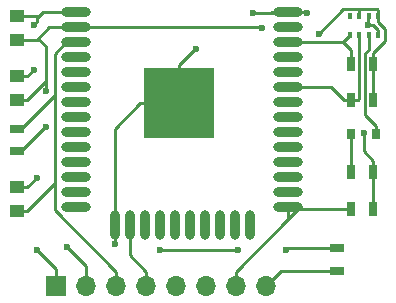
<source format=gtl>
G04 #@! TF.FileFunction,Copper,L1,Top,Signal*
%FSLAX46Y46*%
G04 Gerber Fmt 4.6, Leading zero omitted, Abs format (unit mm)*
G04 Created by KiCad (PCBNEW 4.0.7) date Thursday, February 01, 2018 'PMt' 05:23:04 PM*
%MOMM*%
%LPD*%
G01*
G04 APERTURE LIST*
%ADD10C,0.100000*%
%ADD11R,0.400000X0.500000*%
%ADD12R,0.700000X1.300000*%
%ADD13R,0.800000X0.900000*%
%ADD14R,1.300000X0.700000*%
%ADD15O,2.500000X0.900000*%
%ADD16O,0.900000X2.500000*%
%ADD17R,6.000000X6.000000*%
%ADD18R,1.250000X1.000000*%
%ADD19R,1.700000X1.700000*%
%ADD20O,1.700000X1.700000*%
%ADD21C,0.600000*%
%ADD22C,0.250000*%
G04 APERTURE END LIST*
D10*
D11*
X134061000Y-95072000D03*
X133261000Y-95072000D03*
X132461000Y-95072000D03*
X131661000Y-95072000D03*
X131661000Y-93472000D03*
X132461000Y-93472000D03*
X133261000Y-93472000D03*
X134061000Y-93472000D03*
D12*
X133665000Y-100584000D03*
X131765000Y-100584000D03*
D13*
X133892000Y-103505000D03*
X131792000Y-103505000D03*
D12*
X133665000Y-109855000D03*
X131765000Y-109855000D03*
D14*
X130556000Y-115062000D03*
X130556000Y-113162000D03*
D15*
X126475000Y-93175000D03*
X126475000Y-94445000D03*
X126475000Y-95715000D03*
X126475000Y-96985000D03*
X126475000Y-98255000D03*
X126475000Y-99525000D03*
X126475000Y-100795000D03*
X126475000Y-102065000D03*
X126475000Y-103335000D03*
X126475000Y-104605000D03*
X126475000Y-105875000D03*
X126475000Y-107145000D03*
X126475000Y-108415000D03*
X126475000Y-109685000D03*
D16*
X123190000Y-111175000D03*
X121920000Y-111175000D03*
X120650000Y-111175000D03*
X119380000Y-111175000D03*
X118110000Y-111175000D03*
X116840000Y-111175000D03*
X115570000Y-111175000D03*
X114300000Y-111175000D03*
X113030000Y-111175000D03*
X111760000Y-111175000D03*
D15*
X108475000Y-109685000D03*
X108475000Y-108415000D03*
X108475000Y-107145000D03*
X108475000Y-105875000D03*
X108475000Y-104605000D03*
X108475000Y-103335000D03*
X108475000Y-102065000D03*
X108475000Y-100795000D03*
X108475000Y-99525000D03*
X108475000Y-98255000D03*
X108475000Y-96985000D03*
X108475000Y-95715000D03*
X108475000Y-94445000D03*
X108475000Y-93175000D03*
D17*
X117175000Y-100875000D03*
D14*
X103505000Y-104963000D03*
X103505000Y-103063000D03*
D18*
X103505000Y-109966000D03*
X103505000Y-107966000D03*
D19*
X106807000Y-116332000D03*
D20*
X109347000Y-116332000D03*
X111887000Y-116332000D03*
X114427000Y-116332000D03*
X116967000Y-116332000D03*
X119507000Y-116332000D03*
X122047000Y-116332000D03*
X124587000Y-116332000D03*
D18*
X103505000Y-95488000D03*
X103505000Y-93488000D03*
X103505000Y-100568000D03*
X103505000Y-98568000D03*
D12*
X133665000Y-106680000D03*
X131765000Y-106680000D03*
X133665000Y-97536000D03*
X131765000Y-97536000D03*
D21*
X133223000Y-94234000D03*
X128016000Y-93218000D03*
X123444000Y-93218000D03*
X118618000Y-96266000D03*
X115570000Y-113284000D03*
X122174000Y-113284000D03*
X111760000Y-112776000D03*
X105156000Y-113284000D03*
X105156000Y-107188000D03*
X104902000Y-94234000D03*
X104902000Y-98044000D03*
X123190000Y-111175000D03*
X126238000Y-113284000D03*
X126475000Y-98255000D03*
X126475000Y-96985000D03*
X133665000Y-100584000D03*
X132842000Y-103378000D03*
X129032000Y-94996000D03*
X124206000Y-94488000D03*
X107696000Y-113030000D03*
X105918000Y-99822000D03*
X105918000Y-102870000D03*
D22*
X133223000Y-94234000D02*
X133647264Y-94234000D01*
X133647264Y-94234000D02*
X134061000Y-94647736D01*
X134061000Y-94647736D02*
X134061000Y-95072000D01*
X133223000Y-94234000D02*
X133223000Y-93510000D01*
X133223000Y-93510000D02*
X133261000Y-93472000D01*
X126475000Y-93175000D02*
X127973000Y-93175000D01*
X127973000Y-93175000D02*
X128016000Y-93218000D01*
X123444000Y-93218000D02*
X126432000Y-93218000D01*
X126432000Y-93218000D02*
X126475000Y-93175000D01*
X117175000Y-100875000D02*
X117175000Y-97625000D01*
X117175000Y-97625000D02*
X118534000Y-96266000D01*
X118534000Y-96266000D02*
X118618000Y-96266000D01*
X127275000Y-93175000D02*
X126475000Y-93175000D01*
X124975000Y-93175000D02*
X126475000Y-93175000D01*
X111760000Y-111175000D02*
X111760000Y-103040000D01*
X111760000Y-103040000D02*
X113925000Y-100875000D01*
X113925000Y-100875000D02*
X117175000Y-100875000D01*
X122174000Y-113284000D02*
X115570000Y-113284000D01*
X124587000Y-116332000D02*
X125857000Y-115062000D01*
X125857000Y-115062000D02*
X130556000Y-115062000D01*
X111760000Y-111175000D02*
X111760000Y-112776000D01*
X106807000Y-116332000D02*
X106807000Y-114935000D01*
X106807000Y-114935000D02*
X105156000Y-113284000D01*
X103505000Y-107966000D02*
X104378000Y-107966000D01*
X104378000Y-107966000D02*
X105156000Y-107188000D01*
X104902000Y-94234000D02*
X105201999Y-93934001D01*
X105201999Y-93934001D02*
X105201999Y-93680001D01*
X105201999Y-93680001D02*
X105394000Y-93488000D01*
X103505000Y-98568000D02*
X104378000Y-98568000D01*
X104378000Y-98568000D02*
X104902000Y-98044000D01*
X105394000Y-93488000D02*
X105707000Y-93175000D01*
X105707000Y-93175000D02*
X108475000Y-93175000D01*
X103505000Y-93488000D02*
X105394000Y-93488000D01*
X111887000Y-116332000D02*
X111887000Y-115129919D01*
X111887000Y-115129919D02*
X106680000Y-109922919D01*
X106680000Y-109922919D02*
X106680000Y-107666000D01*
X103505000Y-109966000D02*
X104380000Y-109966000D01*
X106680000Y-107666000D02*
X106680000Y-100188000D01*
X104380000Y-109966000D02*
X106680000Y-107666000D01*
X106680000Y-100188000D02*
X106680000Y-96710000D01*
X106680000Y-96710000D02*
X107675000Y-95715000D01*
X107675000Y-95715000D02*
X108475000Y-95715000D01*
X103505000Y-103063000D02*
X103805000Y-103063000D01*
X103805000Y-103063000D02*
X106680000Y-100188000D01*
X133261000Y-95072000D02*
X133261000Y-96354998D01*
X133261000Y-96354998D02*
X132989999Y-96625999D01*
X132989999Y-96625999D02*
X132989999Y-101902999D01*
X132989999Y-101902999D02*
X133892000Y-102805000D01*
X133892000Y-102805000D02*
X133892000Y-103505000D01*
X131792000Y-103505000D02*
X131792000Y-106653000D01*
X131792000Y-106653000D02*
X131765000Y-106680000D01*
X130556000Y-113162000D02*
X126360000Y-113162000D01*
X126360000Y-113162000D02*
X126238000Y-113284000D01*
X131068000Y-95715000D02*
X131765000Y-96412000D01*
X131765000Y-96412000D02*
X131765000Y-97536000D01*
X126475000Y-95715000D02*
X131068000Y-95715000D01*
X131068000Y-95715000D02*
X131661000Y-95122000D01*
X131661000Y-95122000D02*
X131661000Y-95072000D01*
X132461000Y-95072000D02*
X132461000Y-100488000D01*
X132461000Y-100488000D02*
X132365000Y-100584000D01*
X132365000Y-100584000D02*
X131765000Y-100584000D01*
X131765000Y-100584000D02*
X131165000Y-100584000D01*
X131165000Y-100584000D02*
X130106000Y-99525000D01*
X130106000Y-99525000D02*
X127975000Y-99525000D01*
X127975000Y-99525000D02*
X126475000Y-99525000D01*
X114427000Y-116332000D02*
X114427000Y-115129919D01*
X114427000Y-115129919D02*
X113030000Y-113732919D01*
X113030000Y-113732919D02*
X113030000Y-112675000D01*
X113030000Y-112675000D02*
X113030000Y-111175000D01*
X131765000Y-109855000D02*
X127321919Y-109855000D01*
X127321919Y-109855000D02*
X126475000Y-110701919D01*
X122047000Y-116332000D02*
X122047000Y-115129919D01*
X122047000Y-115129919D02*
X126475000Y-110701919D01*
X126475000Y-110701919D02*
X126475000Y-110385000D01*
X126475000Y-110385000D02*
X126475000Y-109685000D01*
X133665000Y-106680000D02*
X133665000Y-105780000D01*
X133665000Y-105780000D02*
X132842000Y-104957000D01*
X132842000Y-104957000D02*
X132842000Y-103378000D01*
X133665000Y-109855000D02*
X133665000Y-106680000D01*
X133665000Y-97536000D02*
X133665000Y-100584000D01*
X134061000Y-93472000D02*
X134061000Y-93972000D01*
X134061000Y-93972000D02*
X134686001Y-94597001D01*
X134686001Y-94597001D02*
X134686001Y-95614999D01*
X134686001Y-95614999D02*
X133665000Y-96636000D01*
X133665000Y-96636000D02*
X133665000Y-97536000D01*
X132385999Y-92896999D02*
X133985999Y-92896999D01*
X133985999Y-92896999D02*
X134061000Y-92972000D01*
X134061000Y-92972000D02*
X134061000Y-93472000D01*
X129032000Y-94996000D02*
X131131001Y-92896999D01*
X131131001Y-92896999D02*
X132385999Y-92896999D01*
X132385999Y-92896999D02*
X132461000Y-92972000D01*
X132461000Y-92972000D02*
X132461000Y-93472000D01*
X108475000Y-94445000D02*
X124163000Y-94445000D01*
X124163000Y-94445000D02*
X124206000Y-94488000D01*
X109347000Y-116332000D02*
X109347000Y-114681000D01*
X109347000Y-114681000D02*
X107696000Y-113030000D01*
X105918000Y-99030000D02*
X105918000Y-98806000D01*
X105918000Y-98806000D02*
X105918000Y-96012000D01*
X105918000Y-99822000D02*
X105918000Y-98806000D01*
X103505000Y-104963000D02*
X103805000Y-104963000D01*
X103805000Y-104963000D02*
X105898000Y-102870000D01*
X105898000Y-102870000D02*
X105918000Y-102870000D01*
X105918000Y-96012000D02*
X105394000Y-95488000D01*
X105394000Y-95488000D02*
X105172000Y-95488000D01*
X103505000Y-100568000D02*
X104380000Y-100568000D01*
X104380000Y-100568000D02*
X105918000Y-99030000D01*
X105172000Y-95488000D02*
X106215000Y-94445000D01*
X106215000Y-94445000D02*
X108475000Y-94445000D01*
X103505000Y-95488000D02*
X105172000Y-95488000D01*
M02*

</source>
